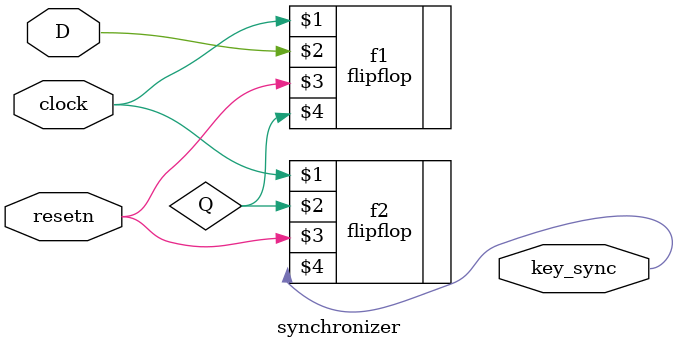
<source format=v>
/* purpose: safely bring an async button signal
into the 50 MHz domain (limit metastability)
using 2 flipflops */

// metastability = when a signal is read as its changing 
// if the button signal is read on its rising edge
// it might cause undefined behavior
// -> delay signal with 2 flipflops for safe reading

module synchronizer(clock, D, resetn, key_sync);
    input clock, D, resetn;
    output key_sync; // synchronized output

    // 2-stage FF reduces risk if signal is sampled on rising edge
    wire Q;
    flipflop f1(clock, D, resetn, Q);
    flipflop f2(clock, Q, resetn, key_sync);
endmodule

</source>
